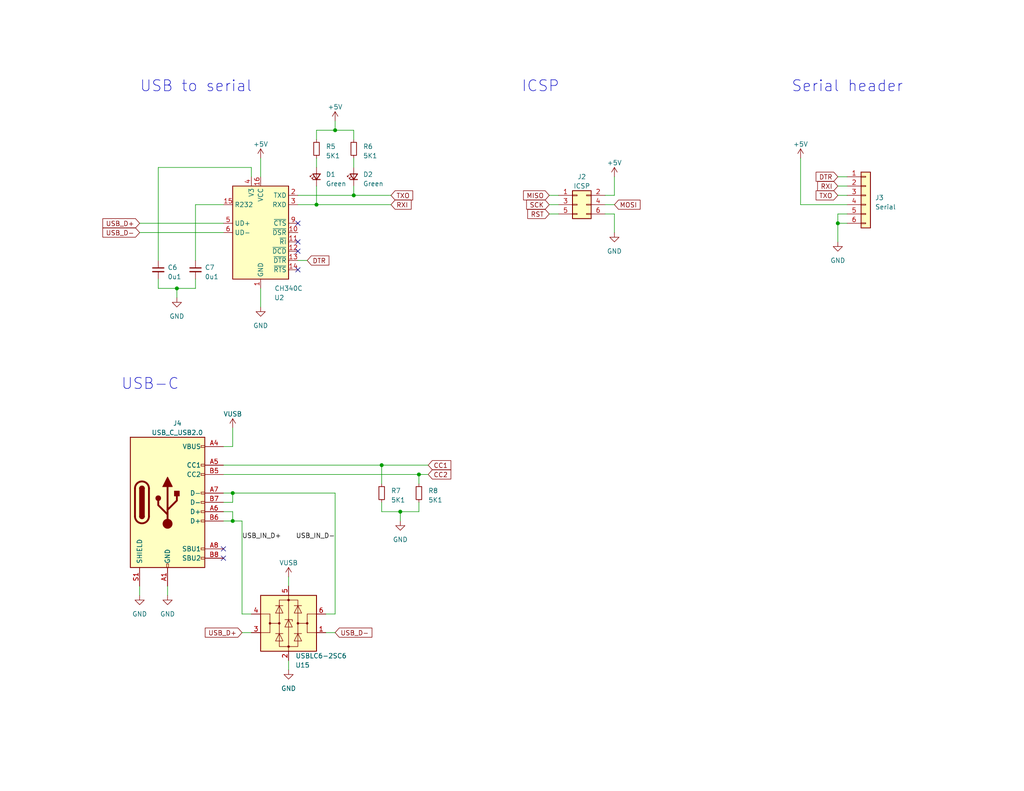
<source format=kicad_sch>
(kicad_sch (version 20210406) (generator eeschema)
  (paper "A")
  (title_block (title "Communication") (rev "1.1") (company "Nick Lekas"))
  (lib_symbols
    (symbol "Connector:USB_C_Receptacle_USB2.0" (pin_names (offset 1.016))
      (property "Reference" "J" (at -10.16 19.05 0))
      (property "Value" "USB_C_Receptacle_USB2.0" (at 19.05 19.05 0))
      (symbol "USB_C_Receptacle_USB2.0_0_0"
        (rectangle (start -0.254 -17.78) (end 0.254 -16.764))
        (rectangle (start 10.16 -14.986) (end 9.144 -15.494))
        (rectangle (start 10.16 -12.446) (end 9.144 -12.954))
        (rectangle (start 10.16 -4.826) (end 9.144 -5.334))
        (rectangle (start 10.16 -2.286) (end 9.144 -2.794))
        (rectangle (start 10.16 0.254) (end 9.144 -0.254))
        (rectangle (start 10.16 2.794) (end 9.144 2.286))
        (rectangle (start 10.16 7.874) (end 9.144 7.366))
        (rectangle (start 10.16 10.414) (end 9.144 9.906))
        (rectangle (start 10.16 15.494) (end 9.144 14.986))
      )
      (symbol "USB_C_Receptacle_USB2.0_0_1"
        (arc (start -8.89 -3.81) (end -5.08 -3.81) (radius (at -6.985 -3.81) (length 1.905) (angles -179.9 -0.1)) (stroke (width 0.508)))
        (arc (start -7.62 -3.81) (end -6.35 -3.81) (radius (at -6.985 -3.81) (length 0.635) (angles -179.9 -0.1)) (stroke (width 0.254)))
        (arc (start -6.35 3.81) (end -7.62 3.81) (radius (at -6.985 3.81) (length 0.635) (angles 0.1 179.9)) (stroke (width 0.254)))
        (arc (start -5.08 3.81) (end -8.89 3.81) (radius (at -6.985 3.81) (length 1.905) (angles 0.1 179.9)) (stroke (width 0.508)))
        (arc (start -7.62 -3.81) (end -6.35 -3.81) (radius (at -6.985 -3.81) (length 0.635) (angles -179.9 -0.1)) (stroke (width 0.254)) (fill (type outline)))
        (arc (start -6.35 3.81) (end -7.62 3.81) (radius (at -6.985 3.81) (length 0.635) (angles 0.1 179.9)) (stroke (width 0.254)) (fill (type outline)))
        (circle (center -2.54 1.143) (radius 0.635) (stroke (width 0.254)) (fill (type outline)))
        (circle (center 0 -5.842) (radius 1.27) (fill (type outline)))
        (rectangle (start -7.62 -3.81) (end -6.35 3.81) (stroke (width 0.254)) (fill (type outline)))
        (rectangle (start 1.905 1.778) (end 3.175 3.048) (stroke (width 0.254)) (fill (type outline)))
        (rectangle (start -10.16 17.78) (end 10.16 -17.78) (stroke (width 0.254)) (fill (type background)))
        (polyline (pts (xy -8.89 -3.81) (xy -8.89 3.81)) (stroke (width 0.508)))
        (polyline (pts (xy -5.08 3.81) (xy -5.08 -3.81)) (stroke (width 0.508)))
        (polyline (pts (xy 0 -5.842) (xy 0 4.318)) (stroke (width 0.508)))
        (polyline (pts (xy 0 -3.302) (xy -2.54 -0.762) (xy -2.54 0.508)) (stroke (width 0.508)))
        (polyline (pts (xy 0 -2.032) (xy 2.54 0.508) (xy 2.54 1.778)) (stroke (width 0.508)))
        (polyline (pts (xy -1.27 4.318) (xy 0 6.858) (xy 1.27 4.318) (xy -1.27 4.318)) (stroke (width 0.254)) (fill (type outline)))
      )
      (symbol "USB_C_Receptacle_USB2.0_1_1"
        (pin passive line (at 0 -22.86 90) (length 5.08) (name "GND") (number "A1"))
        (pin passive line (at 0 -22.86 90) (length 5.08) hide (name "GND") (number "A12"))
        (pin passive line (at 15.24 15.24 180) (length 5.08) (name "VBUS") (number "A4"))
        (pin bidirectional line (at 15.24 10.16 180) (length 5.08) (name "CC1") (number "A5"))
        (pin bidirectional line (at 15.24 -2.54 180) (length 5.08) (name "D+") (number "A6"))
        (pin bidirectional line (at 15.24 2.54 180) (length 5.08) (name "D-") (number "A7"))
        (pin bidirectional line (at 15.24 -12.7 180) (length 5.08) (name "SBU1") (number "A8"))
        (pin passive line (at 15.24 15.24 180) (length 5.08) hide (name "VBUS") (number "A9"))
        (pin passive line (at 0 -22.86 90) (length 5.08) hide (name "GND") (number "B1"))
        (pin passive line (at 0 -22.86 90) (length 5.08) hide (name "GND") (number "B12"))
        (pin passive line (at 15.24 15.24 180) (length 5.08) hide (name "VBUS") (number "B4"))
        (pin bidirectional line (at 15.24 7.62 180) (length 5.08) (name "CC2") (number "B5"))
        (pin bidirectional line (at 15.24 -5.08 180) (length 5.08) (name "D+") (number "B6"))
        (pin bidirectional line (at 15.24 0 180) (length 5.08) (name "D-") (number "B7"))
        (pin bidirectional line (at 15.24 -15.24 180) (length 5.08) (name "SBU2") (number "B8"))
        (pin passive line (at 15.24 15.24 180) (length 5.08) hide (name "VBUS") (number "B9"))
        (pin passive line (at -7.62 -22.86 90) (length 5.08) (name "SHIELD") (number "S1"))
      )
    )
    (symbol "Connector_Generic:Conn_01x06" (pin_names (offset 1.016) hide)
      (property "Reference" "J" (at 0 7.62 0))
      (property "Value" "Conn_01x06" (at 0 -10.16 0))
      (symbol "Conn_01x06_1_1"
        (rectangle (start -1.27 -7.493) (end 0 -7.747) (stroke (width 0.1524)))
        (rectangle (start -1.27 -4.953) (end 0 -5.207) (stroke (width 0.1524)))
        (rectangle (start -1.27 -2.413) (end 0 -2.667) (stroke (width 0.1524)))
        (rectangle (start -1.27 0.127) (end 0 -0.127) (stroke (width 0.1524)))
        (rectangle (start -1.27 2.667) (end 0 2.413) (stroke (width 0.1524)))
        (rectangle (start -1.27 5.207) (end 0 4.953) (stroke (width 0.1524)))
        (rectangle (start -1.27 6.35) (end 1.27 -8.89) (stroke (width 0.254)) (fill (type background)))
        (pin passive line (at -5.08 5.08 0) (length 3.81) (name "Pin_1") (number "1"))
        (pin passive line (at -5.08 2.54 0) (length 3.81) (name "Pin_2") (number "2"))
        (pin passive line (at -5.08 0 0) (length 3.81) (name "Pin_3") (number "3"))
        (pin passive line (at -5.08 -2.54 0) (length 3.81) (name "Pin_4") (number "4"))
        (pin passive line (at -5.08 -5.08 0) (length 3.81) (name "Pin_5") (number "5"))
        (pin passive line (at -5.08 -7.62 0) (length 3.81) (name "Pin_6") (number "6"))
      )
    )
    (symbol "Connector_Generic:Conn_02x03_Odd_Even" (pin_names (offset 1.016) hide)
      (property "Reference" "J" (at 1.27 5.08 0))
      (property "Value" "Conn_02x03_Odd_Even" (at 1.27 -5.08 0))
      (symbol "Conn_02x03_Odd_Even_1_1"
        (rectangle (start -1.27 -2.413) (end 0 -2.667) (stroke (width 0.1524)))
        (rectangle (start -1.27 0.127) (end 0 -0.127) (stroke (width 0.1524)))
        (rectangle (start -1.27 2.667) (end 0 2.413) (stroke (width 0.1524)))
        (rectangle (start 3.81 -2.413) (end 2.54 -2.667) (stroke (width 0.1524)))
        (rectangle (start 3.81 0.127) (end 2.54 -0.127) (stroke (width 0.1524)))
        (rectangle (start 3.81 2.667) (end 2.54 2.413) (stroke (width 0.1524)))
        (rectangle (start -1.27 3.81) (end 3.81 -3.81) (stroke (width 0.254)) (fill (type background)))
        (pin passive line (at -5.08 2.54 0) (length 3.81) (name "Pin_1") (number "1"))
        (pin passive line (at 7.62 2.54 180) (length 3.81) (name "Pin_2") (number "2"))
        (pin passive line (at -5.08 0 0) (length 3.81) (name "Pin_3") (number "3"))
        (pin passive line (at 7.62 0 180) (length 3.81) (name "Pin_4") (number "4"))
        (pin passive line (at -5.08 -2.54 0) (length 3.81) (name "Pin_5") (number "5"))
        (pin passive line (at 7.62 -2.54 180) (length 3.81) (name "Pin_6") (number "6"))
      )
    )
    (symbol "Device:C_Small" (pin_numbers hide) (pin_names (offset 0.254) hide)
      (property "Reference" "C" (at 0.254 1.778 0))
      (property "Value" "C_Small" (at 0.254 -2.032 0))
      (symbol "C_Small_0_1"
        (polyline (pts (xy -1.524 -0.508) (xy 1.524 -0.508)) (stroke (width 0.3302)))
        (polyline (pts (xy -1.524 0.508) (xy 1.524 0.508)) (stroke (width 0.3048)))
      )
      (symbol "C_Small_1_1"
        (pin passive line (at 0 2.54 270) (length 2.032) (name "~") (number "1"))
        (pin passive line (at 0 -2.54 90) (length 2.032) (name "~") (number "2"))
      )
    )
    (symbol "Device:LED_Small" (pin_numbers hide) (pin_names (offset 0.254) hide)
      (property "Reference" "D" (at -1.27 3.175 0))
      (property "Value" "LED_Small" (at -4.445 -2.54 0))
      (symbol "LED_Small_0_1"
        (polyline (pts (xy -0.762 -1.016) (xy -0.762 1.016)) (stroke (width 0.254)))
        (polyline (pts (xy 1.016 0) (xy -0.762 0)))
        (polyline (pts (xy 0.762 -1.016) (xy -0.762 0) (xy 0.762 1.016) (xy 0.762 -1.016)) (stroke (width 0.254)))
        (polyline (pts (xy 0 0.762) (xy -0.508 1.27) (xy -0.254 1.27) (xy -0.508 1.27) (xy -0.508 1.016)))
        (polyline (pts (xy 0.508 1.27) (xy 0 1.778) (xy 0.254 1.778) (xy 0 1.778) (xy 0 1.524)))
      )
      (symbol "LED_Small_1_1"
        (pin passive line (at -2.54 0 0) (length 1.778) (name "K") (number "1"))
        (pin passive line (at 2.54 0 180) (length 1.778) (name "A") (number "2"))
      )
    )
    (symbol "Device:R_Small" (pin_numbers hide) (pin_names (offset 0.254) hide)
      (property "Reference" "R" (at 0.762 0.508 0))
      (property "Value" "R_Small" (at 0.762 -1.016 0))
      (symbol "R_Small_0_1"
        (rectangle (start -0.762 1.778) (end 0.762 -1.778) (stroke (width 0.2032)))
      )
      (symbol "R_Small_1_1"
        (pin passive line (at 0 2.54 270) (length 0.762) (name "~") (number "1"))
        (pin passive line (at 0 -2.54 90) (length 0.762) (name "~") (number "2"))
      )
    )
    (symbol "Interface_USB:CH340C"
      (property "Reference" "U" (at -5.08 13.97 0))
      (property "Value" "CH340C" (at 1.27 13.97 0))
      (symbol "CH340C_0_1"
        (rectangle (start -7.62 12.7) (end 7.62 -12.7) (stroke (width 0.254)) (fill (type background)))
      )
      (symbol "CH340C_1_1"
        (pin power_in line (at 0 -15.24 90) (length 2.54) (name "GND") (number "1"))
        (pin input line (at 10.16 0 180) (length 2.54) (name "~DSR") (number "10"))
        (pin input line (at 10.16 -2.54 180) (length 2.54) (name "~RI") (number "11"))
        (pin input line (at 10.16 -5.08 180) (length 2.54) (name "~DCD") (number "12"))
        (pin output line (at 10.16 -7.62 180) (length 2.54) (name "~DTR") (number "13"))
        (pin output line (at 10.16 -10.16 180) (length 2.54) (name "~RTS") (number "14"))
        (pin input line (at -10.16 7.62 0) (length 2.54) (name "R232") (number "15"))
        (pin power_in line (at 0 15.24 270) (length 2.54) (name "VCC") (number "16"))
        (pin output line (at 10.16 10.16 180) (length 2.54) (name "TXD") (number "2"))
        (pin input line (at 10.16 7.62 180) (length 2.54) (name "RXD") (number "3"))
        (pin passive line (at -2.54 15.24 270) (length 2.54) (name "V3") (number "4"))
        (pin bidirectional line (at -10.16 2.54 0) (length 2.54) (name "UD+") (number "5"))
        (pin bidirectional line (at -10.16 0 0) (length 2.54) (name "UD-") (number "6"))
        (pin no_connect line (at -7.62 -7.62 0) (length 2.54) hide (name "NC") (number "7"))
        (pin no_connect line (at -7.62 -10.16 0) (length 2.54) hide (name "NC") (number "8"))
        (pin input line (at 10.16 2.54 180) (length 2.54) (name "~CTS") (number "9"))
      )
    )
    (symbol "Power_Protection:USBLC6-2SC6" (pin_names hide)
      (property "Reference" "U" (at 2.54 8.89 0))
      (property "Value" "USBLC6-2SC6" (at 2.54 -8.89 0))
      (symbol "USBLC6-2SC6_0_1"
        (circle (center -5.08 0) (radius 0.254) (fill (type outline)))
        (circle (center -2.54 0) (radius 0.254) (fill (type outline)))
        (circle (center 0 -6.35) (radius 0.254) (fill (type outline)))
        (circle (center 0 6.35) (radius 0.254) (fill (type outline)))
        (circle (center 2.54 0) (radius 0.254) (fill (type outline)))
        (circle (center 5.08 0) (radius 0.254) (fill (type outline)))
        (rectangle (start -2.54 6.35) (end 2.54 -6.35))
        (rectangle (start -7.62 -7.62) (end 7.62 7.62) (stroke (width 0.254)) (fill (type background)))
        (polyline (pts (xy -5.08 -2.54) (xy -7.62 -2.54)))
        (polyline (pts (xy -5.08 0) (xy -5.08 -2.54)))
        (polyline (pts (xy -5.08 2.54) (xy -7.62 2.54)))
        (polyline (pts (xy -1.524 -2.794) (xy -3.556 -2.794)))
        (polyline (pts (xy -1.524 4.826) (xy -3.556 4.826)))
        (polyline (pts (xy 0 -7.62) (xy 0 -6.35)))
        (polyline (pts (xy 0 -6.35) (xy 0 1.27)))
        (polyline (pts (xy 0 1.27) (xy 0 6.35)))
        (polyline (pts (xy 0 6.35) (xy 0 7.62)))
        (polyline (pts (xy 1.524 -2.794) (xy 3.556 -2.794)))
        (polyline (pts (xy 1.524 4.826) (xy 3.556 4.826)))
        (polyline (pts (xy 5.08 -2.54) (xy 7.62 -2.54)))
        (polyline (pts (xy 5.08 0) (xy 5.08 -2.54)))
        (polyline (pts (xy 5.08 2.54) (xy 7.62 2.54)))
        (polyline (pts (xy -2.54 0) (xy -5.08 0) (xy -5.08 2.54)))
        (polyline (pts (xy 2.54 0) (xy 5.08 0) (xy 5.08 2.54)))
        (polyline (pts (xy -3.556 -4.826) (xy -1.524 -4.826) (xy -2.54 -2.794) (xy -3.556 -4.826)))
        (polyline (pts (xy -3.556 2.794) (xy -1.524 2.794) (xy -2.54 4.826) (xy -3.556 2.794)))
        (polyline (pts (xy -1.016 -1.016) (xy 1.016 -1.016) (xy 0 1.016) (xy -1.016 -1.016)))
        (polyline (pts (xy 1.016 1.016) (xy 0.762 1.016) (xy -1.016 1.016) (xy -1.016 0.508)))
        (polyline (pts (xy 3.556 -4.826) (xy 1.524 -4.826) (xy 2.54 -2.794) (xy 3.556 -4.826)))
        (polyline (pts (xy 3.556 2.794) (xy 1.524 2.794) (xy 2.54 4.826) (xy 3.556 2.794)))
      )
      (symbol "USBLC6-2SC6_1_1"
        (pin passive line (at -10.16 -2.54 0) (length 2.54) (name "I/O1") (number "1"))
        (pin passive line (at 0 -10.16 90) (length 2.54) (name "GND") (number "2"))
        (pin passive line (at 10.16 -2.54 180) (length 2.54) (name "I/O2") (number "3"))
        (pin passive line (at 10.16 2.54 180) (length 2.54) (name "I/O2") (number "4"))
        (pin passive line (at 0 10.16 270) (length 2.54) (name "VBUS") (number "5"))
        (pin passive line (at -10.16 2.54 0) (length 2.54) (name "I/O1") (number "6"))
      )
    )
    (symbol "power:+5V" (power) (pin_names (offset 0))
      (property "Value" "+5V" (at 0 3.556 0))
      (symbol "+5V_0_1"
        (polyline (pts (xy -0.762 1.27) (xy 0 2.54)))
        (polyline (pts (xy 0 0) (xy 0 2.54)))
        (polyline (pts (xy 0 2.54) (xy 0.762 1.27)))
      )
      (symbol "+5V_1_1"
        (pin power_in line (at 0 0 90) (length 0) hide (name "+5V") (number "1"))
      )
    )
    (symbol "power:GND" (power) (pin_names (offset 0))
      (property "Value" "GND" (at 0 -3.81 0))
      (symbol "GND_0_1"
        (polyline (pts (xy 0 0) (xy 0 -1.27) (xy 1.27 -1.27) (xy 0 -2.54) (xy -1.27 -1.27) (xy 0 -1.27)))
      )
      (symbol "GND_1_1"
        (pin power_in line (at 0 0 270) (length 0) hide (name "GND") (number "1"))
      )
    )
    (symbol "power:VUSB" (power) (pin_names (offset 0))
      (property "Value" "VUSB" (at 0 3.556 0))
      (symbol "VUSB_0_1"
        (polyline (pts (xy -0.762 1.27) (xy 0 2.54)))
        (polyline (pts (xy 0 0) (xy 0 2.54)))
        (polyline (pts (xy 0 2.54) (xy 0.762 1.27)))
      )
      (symbol "VUSB_1_1"
        (pin power_in line (at 0 0 90) (length 0) hide (name "VUSB") (number "1"))
      )
    )
  )
  (junction (at 48.26 78.74) (diameter 0.9144))
  (junction (at 63.5 134.62) (diameter 0.9144))
  (junction (at 63.5 142.24) (diameter 0.9144))
  (junction (at 86.36 55.88) (diameter 0.9144))
  (junction (at 91.44 35.56) (diameter 0.9144))
  (junction (at 96.52 53.34) (diameter 0.9144))
  (junction (at 104.14 127) (diameter 0.9144))
  (junction (at 109.22 139.7) (diameter 0.9144))
  (junction (at 114.3 129.54) (diameter 0.9144))
  (junction (at 228.6 60.96) (diameter 0.9144))
  (no_connect (at 60.96 149.86))
  (no_connect (at 60.96 152.4))
  (no_connect (at 81.28 60.96))
  (no_connect (at 81.28 66.04))
  (no_connect (at 81.28 68.58))
  (no_connect (at 81.28 73.66))
  (wire (pts (xy 38.1 60.96) (xy 60.96 60.96)))
  (wire (pts (xy 38.1 63.5) (xy 60.96 63.5)))
  (wire (pts (xy 38.1 160.02) (xy 38.1 162.56)))
  (wire (pts (xy 43.18 45.72) (xy 43.18 71.12)))
  (wire (pts (xy 43.18 45.72) (xy 68.58 45.72)))
  (wire (pts (xy 43.18 76.2) (xy 43.18 78.74)))
  (wire (pts (xy 43.18 78.74) (xy 48.26 78.74)))
  (wire (pts (xy 45.72 160.02) (xy 45.72 162.56)))
  (wire (pts (xy 48.26 78.74) (xy 48.26 81.28)))
  (wire (pts (xy 48.26 78.74) (xy 53.34 78.74)))
  (wire (pts (xy 53.34 55.88) (xy 60.96 55.88)))
  (wire (pts (xy 53.34 71.12) (xy 53.34 55.88)))
  (wire (pts (xy 53.34 76.2) (xy 53.34 78.74)))
  (wire (pts (xy 60.96 121.92) (xy 63.5 121.92)))
  (wire (pts (xy 60.96 127) (xy 104.14 127)))
  (wire (pts (xy 60.96 129.54) (xy 114.3 129.54)))
  (wire (pts (xy 60.96 134.62) (xy 63.5 134.62)))
  (wire (pts (xy 60.96 137.16) (xy 63.5 137.16)))
  (wire (pts (xy 60.96 139.7) (xy 63.5 139.7)))
  (wire (pts (xy 60.96 142.24) (xy 63.5 142.24)))
  (wire (pts (xy 63.5 116.84) (xy 63.5 121.92)))
  (wire (pts (xy 63.5 134.62) (xy 91.44 134.62)))
  (wire (pts (xy 63.5 137.16) (xy 63.5 134.62)))
  (wire (pts (xy 63.5 139.7) (xy 63.5 142.24)))
  (wire (pts (xy 63.5 142.24) (xy 66.04 142.24)))
  (wire (pts (xy 66.04 142.24) (xy 66.04 167.64)))
  (wire (pts (xy 66.04 172.72) (xy 68.58 172.72)))
  (wire (pts (xy 68.58 45.72) (xy 68.58 48.26)))
  (wire (pts (xy 68.58 167.64) (xy 66.04 167.64)))
  (wire (pts (xy 71.12 43.18) (xy 71.12 48.26)))
  (wire (pts (xy 71.12 78.74) (xy 71.12 83.82)))
  (wire (pts (xy 78.74 157.48) (xy 78.74 160.02)))
  (wire (pts (xy 78.74 180.34) (xy 78.74 182.88)))
  (wire (pts (xy 81.28 53.34) (xy 96.52 53.34)))
  (wire (pts (xy 81.28 55.88) (xy 86.36 55.88)))
  (wire (pts (xy 81.28 71.12) (xy 83.82 71.12)))
  (wire (pts (xy 86.36 35.56) (xy 91.44 35.56)))
  (wire (pts (xy 86.36 38.1) (xy 86.36 35.56)))
  (wire (pts (xy 86.36 43.18) (xy 86.36 45.72)))
  (wire (pts (xy 86.36 50.8) (xy 86.36 55.88)))
  (wire (pts (xy 86.36 55.88) (xy 106.68 55.88)))
  (wire (pts (xy 88.9 167.64) (xy 91.44 167.64)))
  (wire (pts (xy 88.9 172.72) (xy 91.44 172.72)))
  (wire (pts (xy 91.44 33.02) (xy 91.44 35.56)))
  (wire (pts (xy 91.44 35.56) (xy 96.52 35.56)))
  (wire (pts (xy 91.44 167.64) (xy 91.44 134.62)))
  (wire (pts (xy 96.52 35.56) (xy 96.52 38.1)))
  (wire (pts (xy 96.52 43.18) (xy 96.52 45.72)))
  (wire (pts (xy 96.52 50.8) (xy 96.52 53.34)))
  (wire (pts (xy 96.52 53.34) (xy 106.68 53.34)))
  (wire (pts (xy 104.14 127) (xy 104.14 132.08)))
  (wire (pts (xy 104.14 127) (xy 116.84 127)))
  (wire (pts (xy 104.14 137.16) (xy 104.14 139.7)))
  (wire (pts (xy 104.14 139.7) (xy 109.22 139.7)))
  (wire (pts (xy 109.22 139.7) (xy 109.22 142.24)))
  (wire (pts (xy 109.22 139.7) (xy 114.3 139.7)))
  (wire (pts (xy 114.3 129.54) (xy 114.3 132.08)))
  (wire (pts (xy 114.3 129.54) (xy 116.84 129.54)))
  (wire (pts (xy 114.3 137.16) (xy 114.3 139.7)))
  (wire (pts (xy 149.86 53.34) (xy 152.4 53.34)))
  (wire (pts (xy 149.86 55.88) (xy 152.4 55.88)))
  (wire (pts (xy 149.86 58.42) (xy 152.4 58.42)))
  (wire (pts (xy 165.1 53.34) (xy 167.64 53.34)))
  (wire (pts (xy 165.1 55.88) (xy 167.64 55.88)))
  (wire (pts (xy 165.1 58.42) (xy 167.64 58.42)))
  (wire (pts (xy 167.64 48.26) (xy 167.64 53.34)))
  (wire (pts (xy 167.64 58.42) (xy 167.64 63.5)))
  (wire (pts (xy 218.44 43.18) (xy 218.44 55.88)))
  (wire (pts (xy 218.44 55.88) (xy 231.14 55.88)))
  (wire (pts (xy 228.6 48.26) (xy 231.14 48.26)))
  (wire (pts (xy 228.6 50.8) (xy 231.14 50.8)))
  (wire (pts (xy 228.6 53.34) (xy 231.14 53.34)))
  (wire (pts (xy 228.6 58.42) (xy 228.6 60.96)))
  (wire (pts (xy 228.6 60.96) (xy 228.6 66.04)))
  (wire (pts (xy 228.6 60.96) (xy 231.14 60.96)))
  (wire (pts (xy 231.14 58.42) (xy 228.6 58.42)))
  (text "USB-C" (at 33.02 106.68 0) (effects (font (size 3 3)) (justify left bottom)))
  (text "USB to serial" (at 38.1 25.4 0) (effects (font (size 3 3)) (justify left bottom)))
  (text "ICSP" (at 142.24 25.4 0) (effects (font (size 3 3)) (justify left bottom)))
  (text "Serial header" (at 215.9 25.4 0) (effects (font (size 3 3)) (justify left bottom)))
  (label "USB_IN_D+" (at 66.04 147.32 0))
  (label "USB_IN_D-" (at 91.44 147.32 180))
  (global_label "USB_D+" (shape input) (at 38.1 60.96 180) (property "Intersheet References" "${INTERSHEET_REFS}" (effects hide)))
  (global_label "USB_D-" (shape input) (at 38.1 63.5 180) (property "Intersheet References" "${INTERSHEET_REFS}" (effects hide)))
  (global_label "USB_D+" (shape input) (at 66.04 172.72 180) (property "Intersheet References" "${INTERSHEET_REFS}" (effects hide)))
  (global_label "DTR" (shape input) (at 83.82 71.12 0) (property "Intersheet References" "${INTERSHEET_REFS}" (effects hide)))
  (global_label "USB_D-" (shape input) (at 91.44 172.72 0) (property "Intersheet References" "${INTERSHEET_REFS}" (effects hide)))
  (global_label "TXO" (shape input) (at 106.68 53.34 0) (property "Intersheet References" "${INTERSHEET_REFS}" (effects hide)))
  (global_label "RXI" (shape input) (at 106.68 55.88 0) (property "Intersheet References" "${INTERSHEET_REFS}" (effects hide)))
  (global_label "CC1" (shape input) (at 116.84 127 0) (property "Intersheet References" "${INTERSHEET_REFS}" (effects hide)))
  (global_label "CC2" (shape input) (at 116.84 129.54 0) (property "Intersheet References" "${INTERSHEET_REFS}" (effects hide)))
  (global_label "MISO" (shape input) (at 149.86 53.34 180) (property "Intersheet References" "${INTERSHEET_REFS}" (effects hide)))
  (global_label "SCK" (shape input) (at 149.86 55.88 180) (property "Intersheet References" "${INTERSHEET_REFS}" (effects hide)))
  (global_label "RST" (shape input) (at 149.86 58.42 180) (property "Intersheet References" "${INTERSHEET_REFS}" (effects hide)))
  (global_label "MOSI" (shape input) (at 167.64 55.88 0) (property "Intersheet References" "${INTERSHEET_REFS}" (effects hide)))
  (global_label "DTR" (shape input) (at 228.6 48.26 180) (property "Intersheet References" "${INTERSHEET_REFS}" (effects hide)))
  (global_label "RXI" (shape input) (at 228.6 50.8 180) (property "Intersheet References" "${INTERSHEET_REFS}" (effects hide)))
  (global_label "TXO" (shape input) (at 228.6 53.34 180) (property "Intersheet References" "${INTERSHEET_REFS}" (effects hide)))
  (symbol (lib_id "power:VUSB") (at 63.5 116.84 0) (unit 1)
    (property "Reference" "#PWR018" (effects hide))
    (property "Value" "VUSB" (at 63.5 113.03 0))
  )
  (symbol (lib_id "power:+5V") (at 71.12 43.18 0) (unit 1)
    (property "Reference" "#PWR011" (effects hide))
    (property "Value" "+5V" (at 71.12 39.37 0))
  )
  (symbol (lib_id "power:VUSB") (at 78.74 157.48 0) (unit 1)
    (property "Reference" "#PWR0103" (effects hide))
    (property "Value" "VUSB" (at 78.74 153.67 0))
  )
  (symbol (lib_id "power:+5V") (at 91.44 33.02 0) (unit 1)
    (property "Reference" "#PWR010" (effects hide))
    (property "Value" "+5V" (at 91.44 29.21 0))
  )
  (symbol (lib_id "power:+5V") (at 167.64 48.26 0) (unit 1)
    (property "Reference" "#PWR013" (effects hide))
    (property "Value" "+5V" (at 167.64 44.45 0))
  )
  (symbol (lib_id "power:+5V") (at 218.44 43.18 0) (unit 1)
    (property "Reference" "#PWR012" (effects hide))
    (property "Value" "+5V" (at 218.44 39.37 0))
  )
  (symbol (lib_id "power:GND") (at 38.1 162.56 0) (unit 1)
    (property "Reference" "#PWR020" (effects hide))
    (property "Value" "GND" (at 38.1 167.64 0))
  )
  (symbol (lib_id "power:GND") (at 45.72 162.56 0) (unit 1)
    (property "Reference" "#PWR021" (effects hide))
    (property "Value" "GND" (at 45.72 167.64 0))
  )
  (symbol (lib_id "power:GND") (at 48.26 81.28 0) (unit 1)
    (property "Reference" "#PWR016" (effects hide))
    (property "Value" "GND" (at 48.26 86.36 0))
  )
  (symbol (lib_id "power:GND") (at 71.12 83.82 0) (unit 1)
    (property "Reference" "#PWR017" (effects hide))
    (property "Value" "GND" (at 71.12 88.9 0))
  )
  (symbol (lib_id "power:GND") (at 78.74 182.88 0) (unit 1)
    (property "Reference" "#PWR0102" (effects hide))
    (property "Value" "GND" (at 78.74 187.96 0))
  )
  (symbol (lib_id "power:GND") (at 109.22 142.24 0) (unit 1)
    (property "Reference" "#PWR019" (effects hide))
    (property "Value" "GND" (at 109.22 147.32 0))
  )
  (symbol (lib_id "power:GND") (at 167.64 63.5 0) (unit 1)
    (property "Reference" "#PWR014" (effects hide))
    (property "Value" "GND" (at 167.64 68.58 0))
  )
  (symbol (lib_id "power:GND") (at 228.6 66.04 0) (unit 1)
    (property "Reference" "#PWR015" (effects hide))
    (property "Value" "GND" (at 228.6 71.12 0))
  )
  (symbol (lib_id "Device:R_Small") (at 86.36 40.64 0) (unit 1)
    (property "Reference" "R5" (at 88.9 40.0049 0) (effects (justify left)))
    (property "Value" "5K1" (at 88.9 42.5449 0) (effects (justify left)))
    (property "Footprint" "Resistor_SMD:R_0603_1608Metric" (effects hide))
  )
  (symbol (lib_id "Device:R_Small") (at 96.52 40.64 0) (unit 1)
    (property "Reference" "R6" (at 99.06 40.0049 0) (effects (justify left)))
    (property "Value" "5K1" (at 99.06 42.5449 0) (effects (justify left)))
    (property "Footprint" "Resistor_SMD:R_0603_1608Metric" (effects hide))
  )
  (symbol (lib_id "Device:R_Small") (at 104.14 134.62 0) (unit 1)
    (property "Reference" "R7" (at 106.68 133.9849 0) (effects (justify left)))
    (property "Value" "5K1" (at 106.68 136.5249 0) (effects (justify left)))
    (property "Footprint" "Resistor_SMD:R_0603_1608Metric" (effects hide))
  )
  (symbol (lib_id "Device:R_Small") (at 114.3 134.62 0) (unit 1)
    (property "Reference" "R8" (at 116.84 133.9849 0) (effects (justify left)))
    (property "Value" "5K1" (at 116.84 136.5249 0) (effects (justify left)))
    (property "Footprint" "Resistor_SMD:R_0603_1608Metric" (effects hide))
  )
  (symbol (lib_id "Device:LED_Small") (at 86.36 48.26 90) (unit 1)
    (property "Reference" "D1" (at 88.9 47.6249 90) (effects (justify right)))
    (property "Value" "Green" (at 88.9 50.1649 90) (effects (justify right)))
    (property "Footprint" "LED_SMD:LED_0603_1608Metric" (effects hide))
  )
  (symbol (lib_id "Device:LED_Small") (at 96.52 48.26 90) (unit 1)
    (property "Reference" "D2" (at 99.06 47.6249 90) (effects (justify right)))
    (property "Value" "Green" (at 99.06 50.1649 90) (effects (justify right)))
    (property "Footprint" "LED_SMD:LED_0603_1608Metric" (effects hide))
  )
  (symbol (lib_id "Device:C_Small") (at 43.18 73.66 0) (unit 1)
    (property "Reference" "C6" (at 45.72 73.0249 0) (effects (justify left)))
    (property "Value" "0u1" (at 45.72 75.5649 0) (effects (justify left)))
    (property "Footprint" "Capacitor_SMD:C_0603_1608Metric" (effects hide))
  )
  (symbol (lib_id "Device:C_Small") (at 53.34 73.66 0) (unit 1)
    (property "Reference" "C7" (at 55.88 73.0249 0) (effects (justify left)))
    (property "Value" "0u1" (at 55.88 75.5649 0) (effects (justify left)))
    (property "Footprint" "Capacitor_SMD:C_0603_1608Metric" (effects hide))
  )
  (symbol (lib_id "Connector_Generic:Conn_02x03_Odd_Even") (at 157.48 55.88 0) (unit 1)
    (property "Reference" "J2" (at 158.75 48.26 0))
    (property "Value" "ICSP" (at 158.75 50.8 0))
    (property "Footprint" "Connector_PinSocket_2.54mm:PinSocket_2x03_P2.54mm_Vertical" (effects hide))
  )
  (symbol (lib_id "Connector_Generic:Conn_01x06") (at 236.22 53.34 0) (unit 1)
    (property "Reference" "J3" (at 238.76 53.9749 0) (effects (justify left)))
    (property "Value" "Serial" (at 238.76 56.5149 0) (effects (justify left)))
    (property "Footprint" "Connector_PinSocket_2.54mm:PinSocket_1x06_P2.54mm_Vertical" (effects hide))
  )
  (symbol (lib_id "Power_Protection:USBLC6-2SC6") (at 78.74 170.18 0) (mirror y) (unit 1)
    (property "Reference" "U15" (at 82.55 181.61 0))
    (property "Value" "USBLC6-2SC6" (at 87.63 179.07 0))
    (property "Footprint" "Package_TO_SOT_SMD:SOT-23-6" (effects hide))
    (property "Datasheet" "https://www.st.com/resource/en/datasheet/usblc6-2.pdf" (effects hide))
  )
  (symbol (lib_id "Interface_USB:CH340C") (at 71.12 63.5 0) (unit 1)
    (property "Reference" "U2" (at 76.2 81.28 0))
    (property "Value" "CH340C" (at 78.74 78.74 0))
    (property "Footprint" "Package_SO:SOIC-16_3.9x9.9mm_P1.27mm" (effects hide))
    (property "Datasheet" "https://datasheet.lcsc.com/szlcsc/Jiangsu-Qin-Heng-CH340C_C84681.pdf" (effects hide))
  )
  (symbol (lib_id "Connector:USB_C_Receptacle_USB2.0") (at 45.72 137.16 0) (unit 1)
    (property "Reference" "J4" (at 48.387 115.57 0))
    (property "Value" "USB_C_USB2.0" (at 48.387 118.11 0))
    (property "Footprint" "Connector_USB:USB_C_Receptacle_HRO_TYPE-C-31-M-12" (effects hide))
    (property "Datasheet" "https://www.usb.org/sites/default/files/documents/usb_type-c.zip" (effects hide))
  )
)
</source>
